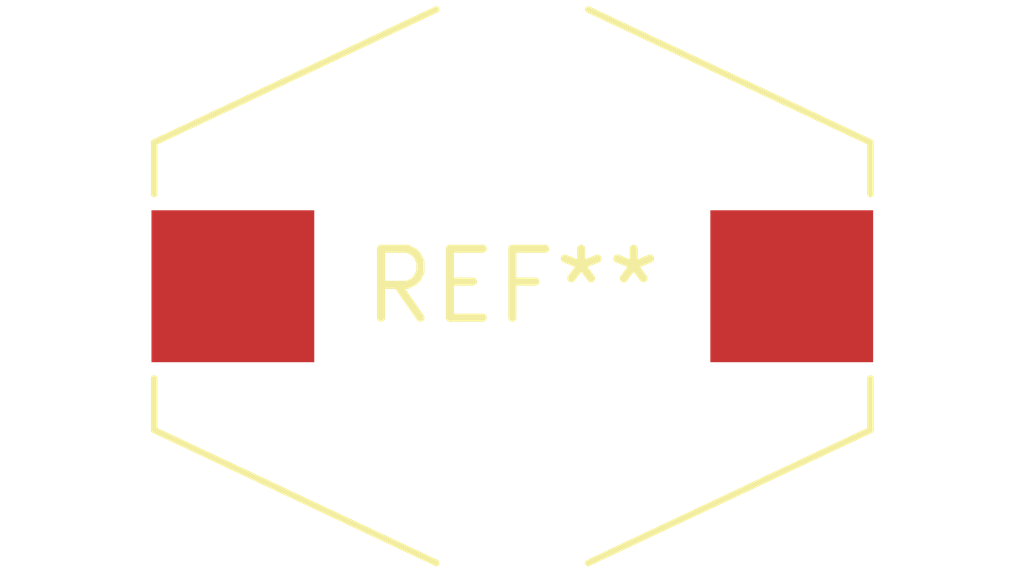
<source format=kicad_pcb>
(kicad_pcb (version 20240108) (generator pcbnew)
  (layers (0 "F.Cu" signal) (31 "B.Cu" signal) (34 "B.Paste" user) (35 "F.Paste" user) (36 "B.SilkS" user "B.Silkscreen") (37 "F.SilkS" user "F.Silkscreen") (38 "B.Mask" user) (39 "F.Mask" user) (44 "Edge.Cuts" user))
  (net 0 "")
  (footprint "L_Bourns-SRR1005" (layer "F.Cu") (at 0 0)
    (property "Reference" "REF**")
    (property "Value" "L_Bourns-SRR1005")
    (fp_line (start -6.6 -2.65) (end -6.6 -1.7) (layer "F.SilkS") (stroke (width 0.12)))
    (fp_line (start -6.6 -2.65) (end -1.4 -5.1) (layer "F.SilkS") (stroke (width 0.12)))
    (fp_line (start -6.6 2.65) (end -6.6 1.7) (layer "F.SilkS") (stroke (width 0.12)))
    (fp_line (start -6.6 2.65) (end -1.4 5.1) (layer "F.SilkS") (stroke (width 0.12)))
    (fp_line (start 6.6 -2.65) (end 1.4 -5.1) (layer "F.SilkS") (stroke (width 0.12)))
    (fp_line (start 6.6 -2.65) (end 6.6 -1.7) (layer "F.SilkS") (stroke (width 0.12)))
    (fp_line (start 6.6 2.65) (end 1.4 5.1) (layer "F.SilkS") (stroke (width 0.12)))
    (fp_line (start 6.6 2.65) (end 6.6 1.7) (layer "F.SilkS") (stroke (width 0.12)))
    (pad "1" smd rect (at -5.15 0) (size 3 2.8) (layers "F.Cu" "F.Paste" "F.Mask"))
    (pad "2" smd rect (at 5.15 0) (size 3 2.8) (layers "F.Cu" "F.Paste" "F.Mask"))
  )
)
</source>
